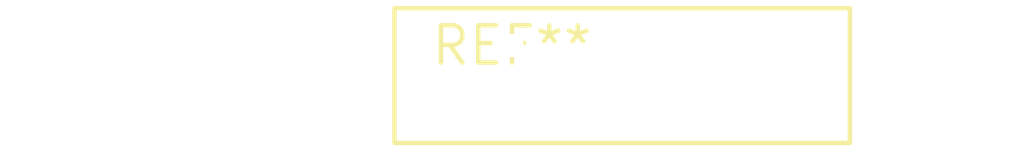
<source format=kicad_pcb>
(kicad_pcb (version 20240108) (generator pcbnew)
  (layers (0 "F.Cu" signal) (31 "B.Cu" signal) (34 "B.Paste" user) (35 "F.Paste" user) (36 "B.SilkS" user "B.Silkscreen") (37 "F.SilkS" user "F.Silkscreen") (38 "B.Mask" user) (39 "F.Mask" user) (44 "Edge.Cuts" user))
  (net 0 "")
  (footprint "RV_Disc_D15.5mm_W4.6mm_P7.5mm" (layer "F.Cu") (at 0 0)
    (property "Reference" "REF**")
    (property "Value" "RV_Disc_D15.5mm_W4.6mm_P7.5mm")
    (fp_line (start -4 -1.275) (end -4 3.325) (layer "F.SilkS") (stroke (width 0.15)))
    (fp_line (start -4 -1.275) (end 11.5 -1.275) (layer "F.SilkS") (stroke (width 0.15)))
    (fp_line (start -4 3.325) (end 11.5 3.325) (layer "F.SilkS") (stroke (width 0.15)))
    (fp_line (start 11.5 -1.275) (end 11.5 3.325) (layer "F.SilkS") (stroke (width 0.15)))
    (pad "1" thru_hole circle (at 0 0) (size 1.8 1.8) (drill 0.8) (layers *.Cu *.Mask) (remove_unused_layers))
    (pad "2" thru_hole circle (at 7.5 2.05) (size 1.8 1.8) (drill 0.8) (layers *.Cu *.Mask) (remove_unused_layers))
  )
)
</source>
